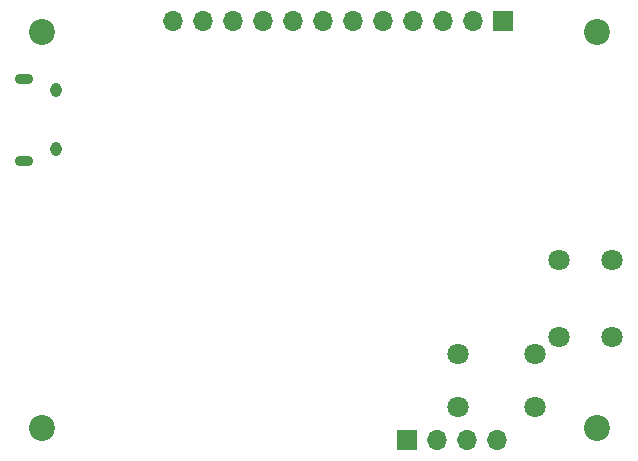
<source format=gbr>
%TF.GenerationSoftware,KiCad,Pcbnew,8.0.4*%
%TF.CreationDate,2024-08-04T17:25:46-04:00*%
%TF.ProjectId,board,626f6172-642e-46b6-9963-61645f706362,rev?*%
%TF.SameCoordinates,Original*%
%TF.FileFunction,Soldermask,Bot*%
%TF.FilePolarity,Negative*%
%FSLAX46Y46*%
G04 Gerber Fmt 4.6, Leading zero omitted, Abs format (unit mm)*
G04 Created by KiCad (PCBNEW 8.0.4) date 2024-08-04 17:25:46*
%MOMM*%
%LPD*%
G01*
G04 APERTURE LIST*
%ADD10C,1.800000*%
%ADD11C,2.200000*%
%ADD12R,1.700000X1.700000*%
%ADD13O,1.700000X1.700000*%
%ADD14O,1.550000X0.890000*%
%ADD15O,0.950000X1.250000*%
G04 APERTURE END LIST*
D10*
%TO.C,SW2*%
X86750000Y-61250000D03*
X80250000Y-61250000D03*
X86750000Y-56750000D03*
X80250000Y-56750000D03*
%TD*%
%TO.C,SW1*%
X88750000Y-55250000D03*
X88750000Y-48750000D03*
X93250000Y-55250000D03*
X93250000Y-48750000D03*
%TD*%
D11*
%TO.C,REF\u002A\u002A*%
X45000000Y-29500000D03*
%TD*%
D12*
%TO.C,J2*%
X75920000Y-64000000D03*
D13*
X78460000Y-64000000D03*
X81000000Y-64000000D03*
X83540000Y-64000000D03*
%TD*%
D11*
%TO.C,REF\u002A\u002A*%
X92000000Y-29500000D03*
%TD*%
D12*
%TO.C,J3*%
X84000000Y-28500000D03*
D13*
X81460000Y-28500000D03*
X78920000Y-28500000D03*
X76380000Y-28500000D03*
X73840000Y-28500000D03*
X71300000Y-28500000D03*
X68760000Y-28500000D03*
X66220000Y-28500000D03*
X63680000Y-28500000D03*
X61140000Y-28500000D03*
X58600000Y-28500000D03*
X56060000Y-28500000D03*
%TD*%
D11*
%TO.C,REF\u002A\u002A*%
X45000000Y-63000000D03*
%TD*%
D14*
%TO.C,J4*%
X43500000Y-33400000D03*
D15*
X46200000Y-34400000D03*
X46200000Y-39400000D03*
D14*
X43500000Y-40400000D03*
%TD*%
D11*
%TO.C,REF\u002A\u002A*%
X92000000Y-63000000D03*
%TD*%
M02*

</source>
